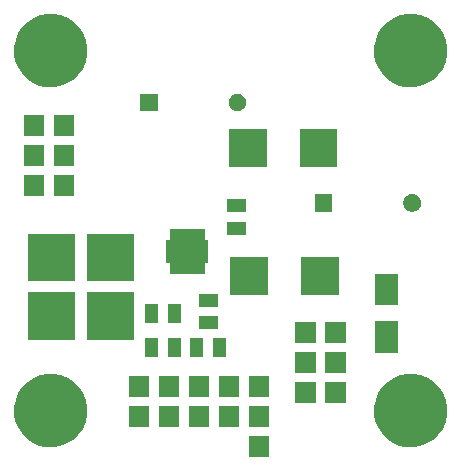
<source format=gbr>
G04 #@! TF.FileFunction,Soldermask,Bot*
%FSLAX46Y46*%
G04 Gerber Fmt 4.6, Leading zero omitted, Abs format (unit mm)*
G04 Created by KiCad (PCBNEW 4.0.1-stable) date 20. 4. 2016 8:51:21*
%MOMM*%
G01*
G04 APERTURE LIST*
%ADD10C,0.500000*%
G04 APERTURE END LIST*
D10*
G36*
X23595000Y1170000D02*
X21871000Y1170000D01*
X21871000Y2894000D01*
X23595000Y2894000D01*
X23595000Y1170000D01*
X23595000Y1170000D01*
G37*
G36*
X5405606Y8177937D02*
X6001133Y8055693D01*
X6561569Y7820108D01*
X7065576Y7480151D01*
X7493955Y7048771D01*
X7830385Y6542404D01*
X8062052Y5980337D01*
X8180068Y5384314D01*
X8180068Y5384300D01*
X8180133Y5383971D01*
X8170437Y4689587D01*
X8170361Y4689253D01*
X8170361Y4689241D01*
X8035752Y4096754D01*
X7788479Y3541370D01*
X7438043Y3044595D01*
X6997784Y2625342D01*
X6484486Y2299594D01*
X5917685Y2079745D01*
X5318982Y1974179D01*
X4711174Y1986910D01*
X4117407Y2117458D01*
X3560316Y2360845D01*
X3061106Y2707806D01*
X2638792Y3145125D01*
X2309467Y3656136D01*
X2085668Y4221387D01*
X1975922Y4819346D01*
X1984411Y5427227D01*
X2110808Y6021881D01*
X2350303Y6580664D01*
X2693770Y7082284D01*
X3128129Y7507641D01*
X3636832Y7840527D01*
X4200506Y8068266D01*
X4797676Y8182182D01*
X5405606Y8177937D01*
X5405606Y8177937D01*
G37*
G36*
X35885606Y8177937D02*
X36481133Y8055693D01*
X37041569Y7820108D01*
X37545576Y7480151D01*
X37973955Y7048771D01*
X38310385Y6542404D01*
X38542052Y5980337D01*
X38660068Y5384314D01*
X38660068Y5384300D01*
X38660133Y5383971D01*
X38650437Y4689587D01*
X38650361Y4689253D01*
X38650361Y4689241D01*
X38515752Y4096754D01*
X38268479Y3541370D01*
X37918043Y3044595D01*
X37477784Y2625342D01*
X36964486Y2299594D01*
X36397685Y2079745D01*
X35798982Y1974179D01*
X35191174Y1986910D01*
X34597407Y2117458D01*
X34040316Y2360845D01*
X33541106Y2707806D01*
X33118792Y3145125D01*
X32789467Y3656136D01*
X32565668Y4221387D01*
X32455922Y4819346D01*
X32464411Y5427227D01*
X32590808Y6021881D01*
X32830303Y6580664D01*
X33173770Y7082284D01*
X33608129Y7507641D01*
X34116832Y7840527D01*
X34680506Y8068266D01*
X35277676Y8182182D01*
X35885606Y8177937D01*
X35885606Y8177937D01*
G37*
G36*
X13435000Y3710000D02*
X11711000Y3710000D01*
X11711000Y5434000D01*
X13435000Y5434000D01*
X13435000Y3710000D01*
X13435000Y3710000D01*
G37*
G36*
X15975000Y3710000D02*
X14251000Y3710000D01*
X14251000Y5434000D01*
X15975000Y5434000D01*
X15975000Y3710000D01*
X15975000Y3710000D01*
G37*
G36*
X18515000Y3710000D02*
X16791000Y3710000D01*
X16791000Y5434000D01*
X18515000Y5434000D01*
X18515000Y3710000D01*
X18515000Y3710000D01*
G37*
G36*
X23595000Y3710000D02*
X21871000Y3710000D01*
X21871000Y5434000D01*
X23595000Y5434000D01*
X23595000Y3710000D01*
X23595000Y3710000D01*
G37*
G36*
X21055000Y3710000D02*
X19331000Y3710000D01*
X19331000Y5434000D01*
X21055000Y5434000D01*
X21055000Y3710000D01*
X21055000Y3710000D01*
G37*
G36*
X30072000Y5742000D02*
X28348000Y5742000D01*
X28348000Y7466000D01*
X30072000Y7466000D01*
X30072000Y5742000D01*
X30072000Y5742000D01*
G37*
G36*
X27532000Y5742000D02*
X25808000Y5742000D01*
X25808000Y7466000D01*
X27532000Y7466000D01*
X27532000Y5742000D01*
X27532000Y5742000D01*
G37*
G36*
X23595000Y6250000D02*
X21871000Y6250000D01*
X21871000Y7974000D01*
X23595000Y7974000D01*
X23595000Y6250000D01*
X23595000Y6250000D01*
G37*
G36*
X13435000Y6250000D02*
X11711000Y6250000D01*
X11711000Y7974000D01*
X13435000Y7974000D01*
X13435000Y6250000D01*
X13435000Y6250000D01*
G37*
G36*
X15975000Y6250000D02*
X14251000Y6250000D01*
X14251000Y7974000D01*
X15975000Y7974000D01*
X15975000Y6250000D01*
X15975000Y6250000D01*
G37*
G36*
X21055000Y6250000D02*
X19331000Y6250000D01*
X19331000Y7974000D01*
X21055000Y7974000D01*
X21055000Y6250000D01*
X21055000Y6250000D01*
G37*
G36*
X18515000Y6250000D02*
X16791000Y6250000D01*
X16791000Y7974000D01*
X18515000Y7974000D01*
X18515000Y6250000D01*
X18515000Y6250000D01*
G37*
G36*
X27532000Y8282000D02*
X25808000Y8282000D01*
X25808000Y10006000D01*
X27532000Y10006000D01*
X27532000Y8282000D01*
X27532000Y8282000D01*
G37*
G36*
X30072000Y8282000D02*
X28348000Y8282000D01*
X28348000Y10006000D01*
X30072000Y10006000D01*
X30072000Y8282000D01*
X30072000Y8282000D01*
G37*
G36*
X19912000Y9615500D02*
X18823000Y9615500D01*
X18823000Y11212500D01*
X19912000Y11212500D01*
X19912000Y9615500D01*
X19912000Y9615500D01*
G37*
G36*
X18007000Y9615500D02*
X16918000Y9615500D01*
X16918000Y11212500D01*
X18007000Y11212500D01*
X18007000Y9615500D01*
X18007000Y9615500D01*
G37*
G36*
X16102000Y9615500D02*
X15013000Y9615500D01*
X15013000Y11212500D01*
X16102000Y11212500D01*
X16102000Y9615500D01*
X16102000Y9615500D01*
G37*
G36*
X14197000Y9615500D02*
X13108000Y9615500D01*
X13108000Y11212500D01*
X14197000Y11212500D01*
X14197000Y9615500D01*
X14197000Y9615500D01*
G37*
G36*
X34528430Y9986340D02*
X32527570Y9986340D01*
X32527570Y12685700D01*
X34528430Y12685700D01*
X34528430Y9986340D01*
X34528430Y9986340D01*
G37*
G36*
X30072000Y10822000D02*
X28348000Y10822000D01*
X28348000Y12546000D01*
X30072000Y12546000D01*
X30072000Y10822000D01*
X30072000Y10822000D01*
G37*
G36*
X27532000Y10822000D02*
X25808000Y10822000D01*
X25808000Y12546000D01*
X27532000Y12546000D01*
X27532000Y10822000D01*
X27532000Y10822000D01*
G37*
G36*
X12165000Y11076000D02*
X8155000Y11076000D01*
X8155000Y15086000D01*
X12165000Y15086000D01*
X12165000Y11076000D01*
X12165000Y11076000D01*
G37*
G36*
X7165000Y11076000D02*
X3155000Y11076000D01*
X3155000Y15086000D01*
X7165000Y15086000D01*
X7165000Y11076000D01*
X7165000Y11076000D01*
G37*
G36*
X19213500Y11965000D02*
X17616500Y11965000D01*
X17616500Y13054000D01*
X19213500Y13054000D01*
X19213500Y11965000D01*
X19213500Y11965000D01*
G37*
G36*
X16102000Y12536500D02*
X15013000Y12536500D01*
X15013000Y14133500D01*
X16102000Y14133500D01*
X16102000Y12536500D01*
X16102000Y12536500D01*
G37*
G36*
X14197000Y12536500D02*
X13108000Y12536500D01*
X13108000Y14133500D01*
X14197000Y14133500D01*
X14197000Y12536500D01*
X14197000Y12536500D01*
G37*
G36*
X19213500Y13870000D02*
X17616500Y13870000D01*
X17616500Y14959000D01*
X19213500Y14959000D01*
X19213500Y13870000D01*
X19213500Y13870000D01*
G37*
G36*
X34528430Y13984300D02*
X32527570Y13984300D01*
X32527570Y16683660D01*
X34528430Y16683660D01*
X34528430Y13984300D01*
X34528430Y13984300D01*
G37*
G36*
X23492000Y14910000D02*
X20292000Y14910000D01*
X20292000Y18110000D01*
X23492000Y18110000D01*
X23492000Y14910000D01*
X23492000Y14910000D01*
G37*
G36*
X29492000Y14910000D02*
X26292000Y14910000D01*
X26292000Y18110000D01*
X29492000Y18110000D01*
X29492000Y14910000D01*
X29492000Y14910000D01*
G37*
G36*
X7165000Y16029000D02*
X3155000Y16029000D01*
X3155000Y20039000D01*
X7165000Y20039000D01*
X7165000Y16029000D01*
X7165000Y16029000D01*
G37*
G36*
X12165000Y16029000D02*
X8155000Y16029000D01*
X8155000Y20039000D01*
X12165000Y20039000D01*
X12165000Y16029000D01*
X12165000Y16029000D01*
G37*
G36*
X18112000Y19542000D02*
X18113980Y19528070D01*
X18119761Y19515244D01*
X18128888Y19504536D01*
X18140636Y19496794D01*
X18154076Y19492632D01*
X18162000Y19492000D01*
X18387000Y19492000D01*
X18387000Y17592000D01*
X18162000Y17592000D01*
X18148070Y17590020D01*
X18135244Y17584239D01*
X18124536Y17575112D01*
X18116794Y17563364D01*
X18112632Y17549924D01*
X18112000Y17542000D01*
X18112000Y16642000D01*
X15162000Y16642000D01*
X15162000Y17542000D01*
X15160020Y17555930D01*
X15154239Y17568756D01*
X15145112Y17579464D01*
X15133364Y17587206D01*
X15119924Y17591368D01*
X15112000Y17592000D01*
X14887000Y17592000D01*
X14887000Y19492000D01*
X15112000Y19492000D01*
X15125930Y19493980D01*
X15138756Y19499761D01*
X15149464Y19508888D01*
X15157206Y19520636D01*
X15161368Y19534076D01*
X15162000Y19542000D01*
X15162000Y20442000D01*
X18112000Y20442000D01*
X18112000Y19542000D01*
X18112000Y19542000D01*
G37*
G36*
X21626500Y19966000D02*
X20029500Y19966000D01*
X20029500Y21055000D01*
X21626500Y21055000D01*
X21626500Y19966000D01*
X21626500Y19966000D01*
G37*
G36*
X21626500Y21871000D02*
X20029500Y21871000D01*
X20029500Y22960000D01*
X21626500Y22960000D01*
X21626500Y21871000D01*
X21626500Y21871000D01*
G37*
G36*
X35772775Y23419002D02*
X35916856Y23389427D01*
X36052444Y23332431D01*
X36174382Y23250183D01*
X36278023Y23145815D01*
X36359419Y23023306D01*
X36415464Y22887327D01*
X36443966Y22743385D01*
X36443966Y22743375D01*
X36444032Y22743041D01*
X36441686Y22575045D01*
X36441610Y22574711D01*
X36441610Y22574699D01*
X36409104Y22431619D01*
X36349279Y22297250D01*
X36264496Y22177063D01*
X36157978Y22075628D01*
X36033796Y21996820D01*
X35896666Y21943631D01*
X35751819Y21918090D01*
X35604769Y21921170D01*
X35461111Y21952755D01*
X35326338Y22011636D01*
X35205554Y22095583D01*
X35103383Y22201385D01*
X35023709Y22325014D01*
X34969564Y22461769D01*
X34943012Y22606441D01*
X34945066Y22753508D01*
X34975645Y22897373D01*
X35033587Y23032563D01*
X35116687Y23153926D01*
X35221773Y23256835D01*
X35344844Y23337370D01*
X35481221Y23392470D01*
X35625693Y23420030D01*
X35772775Y23419002D01*
X35772775Y23419002D01*
G37*
G36*
X28944000Y21919500D02*
X27444000Y21919500D01*
X27444000Y23419500D01*
X28944000Y23419500D01*
X28944000Y21919500D01*
X28944000Y21919500D01*
G37*
G36*
X4545000Y23268000D02*
X2821000Y23268000D01*
X2821000Y24992000D01*
X4545000Y24992000D01*
X4545000Y23268000D01*
X4545000Y23268000D01*
G37*
G36*
X7085000Y23268000D02*
X5361000Y23268000D01*
X5361000Y24992000D01*
X7085000Y24992000D01*
X7085000Y23268000D01*
X7085000Y23268000D01*
G37*
G36*
X29365000Y25705000D02*
X26165000Y25705000D01*
X26165000Y28905000D01*
X29365000Y28905000D01*
X29365000Y25705000D01*
X29365000Y25705000D01*
G37*
G36*
X23365000Y25705000D02*
X20165000Y25705000D01*
X20165000Y28905000D01*
X23365000Y28905000D01*
X23365000Y25705000D01*
X23365000Y25705000D01*
G37*
G36*
X4545000Y25808000D02*
X2821000Y25808000D01*
X2821000Y27532000D01*
X4545000Y27532000D01*
X4545000Y25808000D01*
X4545000Y25808000D01*
G37*
G36*
X7085000Y25808000D02*
X5361000Y25808000D01*
X5361000Y27532000D01*
X7085000Y27532000D01*
X7085000Y25808000D01*
X7085000Y25808000D01*
G37*
G36*
X7085000Y28348000D02*
X5361000Y28348000D01*
X5361000Y30072000D01*
X7085000Y30072000D01*
X7085000Y28348000D01*
X7085000Y28348000D01*
G37*
G36*
X4545000Y28348000D02*
X2821000Y28348000D01*
X2821000Y30072000D01*
X4545000Y30072000D01*
X4545000Y28348000D01*
X4545000Y28348000D01*
G37*
G36*
X20977275Y31928002D02*
X21121356Y31898427D01*
X21256944Y31841431D01*
X21378882Y31759183D01*
X21482523Y31654815D01*
X21563919Y31532306D01*
X21619964Y31396327D01*
X21648466Y31252385D01*
X21648466Y31252375D01*
X21648532Y31252041D01*
X21646186Y31084045D01*
X21646110Y31083711D01*
X21646110Y31083699D01*
X21613604Y30940619D01*
X21553779Y30806250D01*
X21468996Y30686063D01*
X21362478Y30584628D01*
X21238296Y30505820D01*
X21101166Y30452631D01*
X20956319Y30427090D01*
X20809269Y30430170D01*
X20665611Y30461755D01*
X20530838Y30520636D01*
X20410054Y30604583D01*
X20307883Y30710385D01*
X20228209Y30834014D01*
X20174064Y30970769D01*
X20147512Y31115441D01*
X20149566Y31262508D01*
X20180145Y31406373D01*
X20238087Y31541563D01*
X20321187Y31662926D01*
X20426273Y31765835D01*
X20549344Y31846370D01*
X20685721Y31901470D01*
X20830193Y31929030D01*
X20977275Y31928002D01*
X20977275Y31928002D01*
G37*
G36*
X14148500Y30428500D02*
X12648500Y30428500D01*
X12648500Y31928500D01*
X14148500Y31928500D01*
X14148500Y30428500D01*
X14148500Y30428500D01*
G37*
G36*
X35885606Y38657937D02*
X36481133Y38535693D01*
X37041569Y38300108D01*
X37545576Y37960151D01*
X37973955Y37528771D01*
X38310385Y37022404D01*
X38542052Y36460337D01*
X38660068Y35864314D01*
X38660068Y35864300D01*
X38660133Y35863971D01*
X38650437Y35169587D01*
X38650361Y35169253D01*
X38650361Y35169241D01*
X38515752Y34576754D01*
X38268479Y34021370D01*
X37918043Y33524595D01*
X37477784Y33105342D01*
X36964486Y32779594D01*
X36397685Y32559745D01*
X35798982Y32454179D01*
X35191174Y32466910D01*
X34597407Y32597458D01*
X34040316Y32840845D01*
X33541106Y33187806D01*
X33118792Y33625125D01*
X32789467Y34136136D01*
X32565668Y34701387D01*
X32455922Y35299346D01*
X32464411Y35907227D01*
X32590808Y36501881D01*
X32830303Y37060664D01*
X33173770Y37562284D01*
X33608129Y37987641D01*
X34116832Y38320527D01*
X34680506Y38548266D01*
X35277676Y38662182D01*
X35885606Y38657937D01*
X35885606Y38657937D01*
G37*
G36*
X5405606Y38657937D02*
X6001133Y38535693D01*
X6561569Y38300108D01*
X7065576Y37960151D01*
X7493955Y37528771D01*
X7830385Y37022404D01*
X8062052Y36460337D01*
X8180068Y35864314D01*
X8180068Y35864300D01*
X8180133Y35863971D01*
X8170437Y35169587D01*
X8170361Y35169253D01*
X8170361Y35169241D01*
X8035752Y34576754D01*
X7788479Y34021370D01*
X7438043Y33524595D01*
X6997784Y33105342D01*
X6484486Y32779594D01*
X5917685Y32559745D01*
X5318982Y32454179D01*
X4711174Y32466910D01*
X4117407Y32597458D01*
X3560316Y32840845D01*
X3061106Y33187806D01*
X2638792Y33625125D01*
X2309467Y34136136D01*
X2085668Y34701387D01*
X1975922Y35299346D01*
X1984411Y35907227D01*
X2110808Y36501881D01*
X2350303Y37060664D01*
X2693770Y37562284D01*
X3128129Y37987641D01*
X3636832Y38320527D01*
X4200506Y38548266D01*
X4797676Y38662182D01*
X5405606Y38657937D01*
X5405606Y38657937D01*
G37*
M02*

</source>
